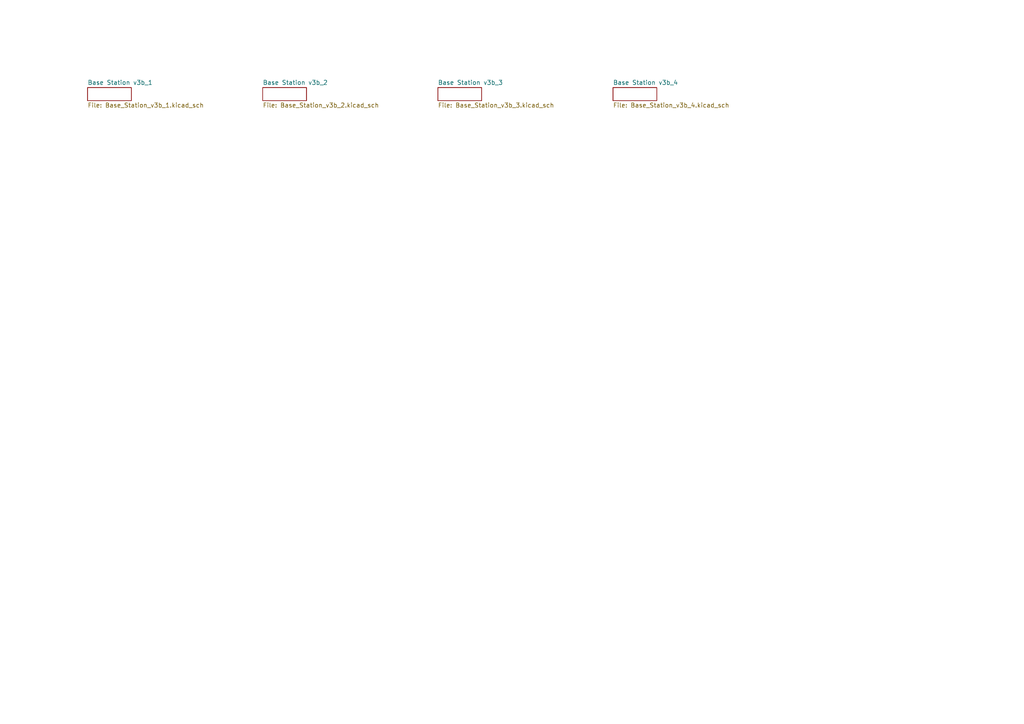
<source format=kicad_sch>
(kicad_sch
	(version 20231120)
	(generator "eeschema")
	(generator_version "8.0")
	(uuid "d2294869-86c1-403f-b6c7-b486879ff788")
	(paper "A4")
	(lib_symbols)
	(sheet
		(at 76.2 25.4)
		(size 12.7 3.81)
		(fields_autoplaced yes)
		(stroke
			(width 0)
			(type solid)
		)
		(fill
			(color 0 0 0 0.0000)
		)
		(uuid "4d13a036-bb0b-4804-a7ae-c7537902f79d")
		(property "Sheetname" "Base Station v3b_2"
			(at 76.2 24.6884 0)
			(effects
				(font
					(size 1.27 1.27)
				)
				(justify left bottom)
			)
		)
		(property "Sheetfile" "Base_Station_v3b_2.kicad_sch"
			(at 76.2 29.7946 0)
			(effects
				(font
					(size 1.27 1.27)
				)
				(justify left top)
			)
		)
		(instances
			(project "Base Station v3b"
				(path "/d2294869-86c1-403f-b6c7-b486879ff788"
					(page "2")
				)
			)
		)
	)
	(sheet
		(at 25.4 25.4)
		(size 12.7 3.81)
		(fields_autoplaced yes)
		(stroke
			(width 0)
			(type solid)
		)
		(fill
			(color 0 0 0 0.0000)
		)
		(uuid "6ee06b5b-5ff3-4a97-9c29-e6286f27aac5")
		(property "Sheetname" "Base Station v3b_1"
			(at 25.4 24.6884 0)
			(effects
				(font
					(size 1.27 1.27)
				)
				(justify left bottom)
			)
		)
		(property "Sheetfile" "Base_Station_v3b_1.kicad_sch"
			(at 25.4 29.7946 0)
			(effects
				(font
					(size 1.27 1.27)
				)
				(justify left top)
			)
		)
		(instances
			(project "Base Station v3b"
				(path "/d2294869-86c1-403f-b6c7-b486879ff788"
					(page "1")
				)
			)
		)
	)
	(sheet
		(at 177.8 25.4)
		(size 12.7 3.81)
		(fields_autoplaced yes)
		(stroke
			(width 0)
			(type solid)
		)
		(fill
			(color 0 0 0 0.0000)
		)
		(uuid "d2dd63dc-2566-463b-93ea-c7f798cf5173")
		(property "Sheetname" "Base Station v3b_4"
			(at 177.8 24.6884 0)
			(effects
				(font
					(size 1.27 1.27)
				)
				(justify left bottom)
			)
		)
		(property "Sheetfile" "Base_Station_v3b_4.kicad_sch"
			(at 177.8 29.7946 0)
			(effects
				(font
					(size 1.27 1.27)
				)
				(justify left top)
			)
		)
		(instances
			(project "Base Station v3b"
				(path "/d2294869-86c1-403f-b6c7-b486879ff788"
					(page "4")
				)
			)
		)
	)
	(sheet
		(at 127 25.4)
		(size 12.7 3.81)
		(fields_autoplaced yes)
		(stroke
			(width 0)
			(type solid)
		)
		(fill
			(color 0 0 0 0.0000)
		)
		(uuid "d987d2d1-99ab-4c59-81a1-1b8fa2103a4f")
		(property "Sheetname" "Base Station v3b_3"
			(at 127 24.6884 0)
			(effects
				(font
					(size 1.27 1.27)
				)
				(justify left bottom)
			)
		)
		(property "Sheetfile" "Base_Station_v3b_3.kicad_sch"
			(at 127 29.7946 0)
			(effects
				(font
					(size 1.27 1.27)
				)
				(justify left top)
			)
		)
		(instances
			(project "Base Station v3b"
				(path "/d2294869-86c1-403f-b6c7-b486879ff788"
					(page "3")
				)
			)
		)
	)
	(sheet_instances
		(path "/"
			(page "1")
		)
	)
)

</source>
